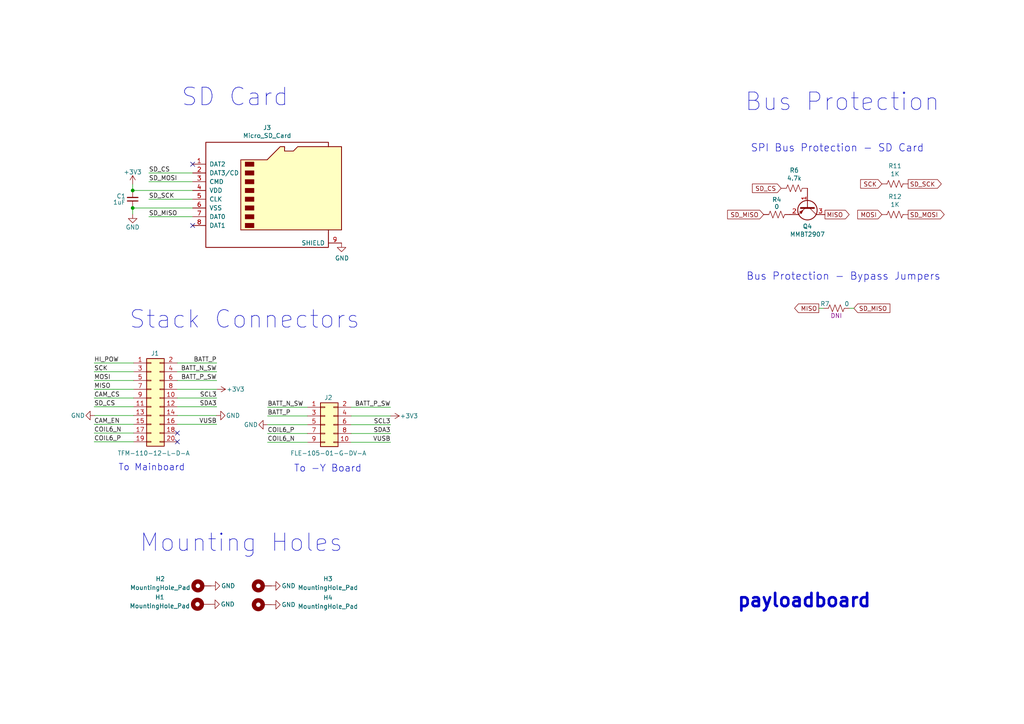
<source format=kicad_sch>
(kicad_sch (version 20211123) (generator eeschema)

  (uuid e63e39d7-6ac0-4ffd-8aa3-1841a4541b55)

  (paper "A4")

  (title_block
    (title "PyCubed Mini")
    (date "2022-09-08")
    (rev "B1/02")
    (company "REx Lab Carnegie Mellon University")
    (comment 1 "Z. Manchester")
    (comment 2 "N. Khera")
  )

  (lib_symbols
    (symbol "Connector:Micro_SD_Card" (pin_names (offset 1.016)) (in_bom yes) (on_board yes)
      (property "Reference" "J" (id 0) (at -16.51 15.24 0)
        (effects (font (size 1.27 1.27)))
      )
      (property "Value" "Micro_SD_Card" (id 1) (at 16.51 15.24 0)
        (effects (font (size 1.27 1.27)) (justify right))
      )
      (property "Footprint" "" (id 2) (at 29.21 7.62 0)
        (effects (font (size 1.27 1.27)) hide)
      )
      (property "Datasheet" "http://katalog.we-online.de/em/datasheet/693072010801.pdf" (id 3) (at 0 0 0)
        (effects (font (size 1.27 1.27)) hide)
      )
      (property "ki_keywords" "connector SD microsd" (id 4) (at 0 0 0)
        (effects (font (size 1.27 1.27)) hide)
      )
      (property "ki_description" "Micro SD Card Socket" (id 5) (at 0 0 0)
        (effects (font (size 1.27 1.27)) hide)
      )
      (property "ki_fp_filters" "microSD*" (id 6) (at 0 0 0)
        (effects (font (size 1.27 1.27)) hide)
      )
      (symbol "Micro_SD_Card_0_1"
        (rectangle (start -7.62 -9.525) (end -5.08 -10.795)
          (stroke (width 0) (type default) (color 0 0 0 0))
          (fill (type outline))
        )
        (rectangle (start -7.62 -6.985) (end -5.08 -8.255)
          (stroke (width 0) (type default) (color 0 0 0 0))
          (fill (type outline))
        )
        (rectangle (start -7.62 -4.445) (end -5.08 -5.715)
          (stroke (width 0) (type default) (color 0 0 0 0))
          (fill (type outline))
        )
        (rectangle (start -7.62 -1.905) (end -5.08 -3.175)
          (stroke (width 0) (type default) (color 0 0 0 0))
          (fill (type outline))
        )
        (rectangle (start -7.62 0.635) (end -5.08 -0.635)
          (stroke (width 0) (type default) (color 0 0 0 0))
          (fill (type outline))
        )
        (rectangle (start -7.62 3.175) (end -5.08 1.905)
          (stroke (width 0) (type default) (color 0 0 0 0))
          (fill (type outline))
        )
        (rectangle (start -7.62 5.715) (end -5.08 4.445)
          (stroke (width 0) (type default) (color 0 0 0 0))
          (fill (type outline))
        )
        (rectangle (start -7.62 8.255) (end -5.08 6.985)
          (stroke (width 0) (type default) (color 0 0 0 0))
          (fill (type outline))
        )
        (polyline
          (pts
            (xy 16.51 12.7)
            (xy 16.51 13.97)
            (xy -19.05 13.97)
            (xy -19.05 -16.51)
            (xy 16.51 -16.51)
            (xy 16.51 -11.43)
          )
          (stroke (width 0.254) (type default) (color 0 0 0 0))
          (fill (type none))
        )
        (polyline
          (pts
            (xy -8.89 -11.43)
            (xy -8.89 8.89)
            (xy -1.27 8.89)
            (xy 2.54 12.7)
            (xy 3.81 12.7)
            (xy 3.81 11.43)
            (xy 6.35 11.43)
            (xy 7.62 12.7)
            (xy 20.32 12.7)
            (xy 20.32 -11.43)
            (xy -8.89 -11.43)
          )
          (stroke (width 0.254) (type default) (color 0 0 0 0))
          (fill (type background))
        )
      )
      (symbol "Micro_SD_Card_1_1"
        (pin bidirectional line (at -22.86 7.62 0) (length 3.81)
          (name "DAT2" (effects (font (size 1.27 1.27))))
          (number "1" (effects (font (size 1.27 1.27))))
        )
        (pin bidirectional line (at -22.86 5.08 0) (length 3.81)
          (name "DAT3/CD" (effects (font (size 1.27 1.27))))
          (number "2" (effects (font (size 1.27 1.27))))
        )
        (pin input line (at -22.86 2.54 0) (length 3.81)
          (name "CMD" (effects (font (size 1.27 1.27))))
          (number "3" (effects (font (size 1.27 1.27))))
        )
        (pin power_in line (at -22.86 0 0) (length 3.81)
          (name "VDD" (effects (font (size 1.27 1.27))))
          (number "4" (effects (font (size 1.27 1.27))))
        )
        (pin input line (at -22.86 -2.54 0) (length 3.81)
          (name "CLK" (effects (font (size 1.27 1.27))))
          (number "5" (effects (font (size 1.27 1.27))))
        )
        (pin power_in line (at -22.86 -5.08 0) (length 3.81)
          (name "VSS" (effects (font (size 1.27 1.27))))
          (number "6" (effects (font (size 1.27 1.27))))
        )
        (pin bidirectional line (at -22.86 -7.62 0) (length 3.81)
          (name "DAT0" (effects (font (size 1.27 1.27))))
          (number "7" (effects (font (size 1.27 1.27))))
        )
        (pin bidirectional line (at -22.86 -10.16 0) (length 3.81)
          (name "DAT1" (effects (font (size 1.27 1.27))))
          (number "8" (effects (font (size 1.27 1.27))))
        )
        (pin passive line (at 20.32 -15.24 180) (length 3.81)
          (name "SHIELD" (effects (font (size 1.27 1.27))))
          (number "9" (effects (font (size 1.27 1.27))))
        )
      )
    )
    (symbol "Connector_Generic:Conn_02x05_Odd_Even" (pin_names (offset 1.016) hide) (in_bom yes) (on_board yes)
      (property "Reference" "J" (id 0) (at 1.27 7.62 0)
        (effects (font (size 1.27 1.27)))
      )
      (property "Value" "Conn_02x05_Odd_Even" (id 1) (at 1.27 -7.62 0)
        (effects (font (size 1.27 1.27)))
      )
      (property "Footprint" "" (id 2) (at 0 0 0)
        (effects (font (size 1.27 1.27)) hide)
      )
      (property "Datasheet" "~" (id 3) (at 0 0 0)
        (effects (font (size 1.27 1.27)) hide)
      )
      (property "ki_keywords" "connector" (id 4) (at 0 0 0)
        (effects (font (size 1.27 1.27)) hide)
      )
      (property "ki_description" "Generic connector, double row, 02x05, odd/even pin numbering scheme (row 1 odd numbers, row 2 even numbers), script generated (kicad-library-utils/schlib/autogen/connector/)" (id 5) (at 0 0 0)
        (effects (font (size 1.27 1.27)) hide)
      )
      (property "ki_fp_filters" "Connector*:*_2x??_*" (id 6) (at 0 0 0)
        (effects (font (size 1.27 1.27)) hide)
      )
      (symbol "Conn_02x05_Odd_Even_1_1"
        (rectangle (start -1.27 -4.953) (end 0 -5.207)
          (stroke (width 0.1524) (type default) (color 0 0 0 0))
          (fill (type none))
        )
        (rectangle (start -1.27 -2.413) (end 0 -2.667)
          (stroke (width 0.1524) (type default) (color 0 0 0 0))
          (fill (type none))
        )
        (rectangle (start -1.27 0.127) (end 0 -0.127)
          (stroke (width 0.1524) (type default) (color 0 0 0 0))
          (fill (type none))
        )
        (rectangle (start -1.27 2.667) (end 0 2.413)
          (stroke (width 0.1524) (type default) (color 0 0 0 0))
          (fill (type none))
        )
        (rectangle (start -1.27 5.207) (end 0 4.953)
          (stroke (width 0.1524) (type default) (color 0 0 0 0))
          (fill (type none))
        )
        (rectangle (start -1.27 6.35) (end 3.81 -6.35)
          (stroke (width 0.254) (type default) (color 0 0 0 0))
          (fill (type background))
        )
        (rectangle (start 3.81 -4.953) (end 2.54 -5.207)
          (stroke (width 0.1524) (type default) (color 0 0 0 0))
          (fill (type none))
        )
        (rectangle (start 3.81 -2.413) (end 2.54 -2.667)
          (stroke (width 0.1524) (type default) (color 0 0 0 0))
          (fill (type none))
        )
        (rectangle (start 3.81 0.127) (end 2.54 -0.127)
          (stroke (width 0.1524) (type default) (color 0 0 0 0))
          (fill (type none))
        )
        (rectangle (start 3.81 2.667) (end 2.54 2.413)
          (stroke (width 0.1524) (type default) (color 0 0 0 0))
          (fill (type none))
        )
        (rectangle (start 3.81 5.207) (end 2.54 4.953)
          (stroke (width 0.1524) (type default) (color 0 0 0 0))
          (fill (type none))
        )
        (pin passive line (at -5.08 5.08 0) (length 3.81)
          (name "Pin_1" (effects (font (size 1.27 1.27))))
          (number "1" (effects (font (size 1.27 1.27))))
        )
        (pin passive line (at 7.62 -5.08 180) (length 3.81)
          (name "Pin_10" (effects (font (size 1.27 1.27))))
          (number "10" (effects (font (size 1.27 1.27))))
        )
        (pin passive line (at 7.62 5.08 180) (length 3.81)
          (name "Pin_2" (effects (font (size 1.27 1.27))))
          (number "2" (effects (font (size 1.27 1.27))))
        )
        (pin passive line (at -5.08 2.54 0) (length 3.81)
          (name "Pin_3" (effects (font (size 1.27 1.27))))
          (number "3" (effects (font (size 1.27 1.27))))
        )
        (pin passive line (at 7.62 2.54 180) (length 3.81)
          (name "Pin_4" (effects (font (size 1.27 1.27))))
          (number "4" (effects (font (size 1.27 1.27))))
        )
        (pin passive line (at -5.08 0 0) (length 3.81)
          (name "Pin_5" (effects (font (size 1.27 1.27))))
          (number "5" (effects (font (size 1.27 1.27))))
        )
        (pin passive line (at 7.62 0 180) (length 3.81)
          (name "Pin_6" (effects (font (size 1.27 1.27))))
          (number "6" (effects (font (size 1.27 1.27))))
        )
        (pin passive line (at -5.08 -2.54 0) (length 3.81)
          (name "Pin_7" (effects (font (size 1.27 1.27))))
          (number "7" (effects (font (size 1.27 1.27))))
        )
        (pin passive line (at 7.62 -2.54 180) (length 3.81)
          (name "Pin_8" (effects (font (size 1.27 1.27))))
          (number "8" (effects (font (size 1.27 1.27))))
        )
        (pin passive line (at -5.08 -5.08 0) (length 3.81)
          (name "Pin_9" (effects (font (size 1.27 1.27))))
          (number "9" (effects (font (size 1.27 1.27))))
        )
      )
    )
    (symbol "Connector_Generic:Conn_02x10_Odd_Even" (pin_names (offset 1.016) hide) (in_bom yes) (on_board yes)
      (property "Reference" "J" (id 0) (at 1.27 12.7 0)
        (effects (font (size 1.27 1.27)))
      )
      (property "Value" "Conn_02x10_Odd_Even" (id 1) (at 1.27 -15.24 0)
        (effects (font (size 1.27 1.27)))
      )
      (property "Footprint" "" (id 2) (at 0 0 0)
        (effects (font (size 1.27 1.27)) hide)
      )
      (property "Datasheet" "~" (id 3) (at 0 0 0)
        (effects (font (size 1.27 1.27)) hide)
      )
      (property "ki_keywords" "connector" (id 4) (at 0 0 0)
        (effects (font (size 1.27 1.27)) hide)
      )
      (property "ki_description" "Generic connector, double row, 02x10, odd/even pin numbering scheme (row 1 odd numbers, row 2 even numbers), script generated (kicad-library-utils/schlib/autogen/connector/)" (id 5) (at 0 0 0)
        (effects (font (size 1.27 1.27)) hide)
      )
      (property "ki_fp_filters" "Connector*:*_2x??_*" (id 6) (at 0 0 0)
        (effects (font (size 1.27 1.27)) hide)
      )
      (symbol "Conn_02x10_Odd_Even_1_1"
        (rectangle (start -1.27 -12.573) (end 0 -12.827)
          (stroke (width 0.1524) (type default) (color 0 0 0 0))
          (fill (type none))
        )
        (rectangle (start -1.27 -10.033) (end 0 -10.287)
          (stroke (width 0.1524) (type default) (color 0 0 0 0))
          (fill (type none))
        )
        (rectangle (start -1.27 -7.493) (end 0 -7.747)
          (stroke (width 0.1524) (type default) (color 0 0 0 0))
          (fill (type none))
        )
        (rectangle (start -1.27 -4.953) (end 0 -5.207)
          (stroke (width 0.1524) (type default) (color 0 0 0 0))
          (fill (type none))
        )
        (rectangle (start -1.27 -2.413) (end 0 -2.667)
          (stroke (width 0.1524) (type default) (color 0 0 0 0))
          (fill (type none))
        )
        (rectangle (start -1.27 0.127) (end 0 -0.127)
          (stroke (width 0.1524) (type default) (color 0 0 0 0))
          (fill (type none))
        )
        (rectangle (start -1.27 2.667) (end 0 2.413)
          (stroke (width 0.1524) (type default) (color 0 0 0 0))
          (fill (type none))
        )
        (rectangle (start -1.27 5.207) (end 0 4.953)
          (stroke (width 0.1524) (type default) (color 0 0 0 0))
          (fill (type none))
        )
        (rectangle (start -1.27 7.747) (end 0 7.493)
          (stroke (width 0.1524) (type default) (color 0 0 0 0))
          (fill (type none))
        )
        (rectangle (start -1.27 10.287) (end 0 10.033)
          (stroke (width 0.1524) (type default) (color 0 0 0 0))
          (fill (type none))
        )
        (rectangle (start -1.27 11.43) (end 3.81 -13.97)
          (stroke (width 0.254) (type default) (color 0 0 0 0))
          (fill (type background))
        )
        (rectangle (start 3.81 -12.573) (end 2.54 -12.827)
          (stroke (width 0.1524) (type default) (color 0 0 0 0))
          (fill (type none))
        )
        (rectangle (start 3.81 -10.033) (end 2.54 -10.287)
          (stroke (width 0.1524) (type default) (color 0 0 0 0))
          (fill (type none))
        )
        (rectangle (start 3.81 -7.493) (end 2.54 -7.747)
          (stroke (width 0.1524) (type default) (color 0 0 0 0))
          (fill (type none))
        )
        (rectangle (start 3.81 -4.953) (end 2.54 -5.207)
          (stroke (width 0.1524) (type default) (color 0 0 0 0))
          (fill (type none))
        )
        (rectangle (start 3.81 -2.413) (end 2.54 -2.667)
          (stroke (width 0.1524) (type default) (color 0 0 0 0))
          (fill (type none))
        )
        (rectangle (start 3.81 0.127) (end 2.54 -0.127)
          (stroke (width 0.1524) (type default) (color 0 0 0 0))
          (fill (type none))
        )
        (rectangle (start 3.81 2.667) (end 2.54 2.413)
          (stroke (width 0.1524) (type default) (color 0 0 0 0))
          (fill (type none))
        )
        (rectangle (start 3.81 5.207) (end 2.54 4.953)
          (stroke (width 0.1524) (type default) (color 0 0 0 0))
          (fill (type none))
        )
        (rectangle (start 3.81 7.747) (end 2.54 7.493)
          (stroke (width 0.1524) (type default) (color 0 0 0 0))
          (fill (type none))
        )
        (rectangle (start 3.81 10.287) (end 2.54 10.033)
          (stroke (width 0.1524) (type default) (color 0 0 0 0))
          (fill (type none))
        )
        (pin passive line (at -5.08 10.16 0) (length 3.81)
          (name "Pin_1" (effects (font (size 1.27 1.27))))
          (number "1" (effects (font (size 1.27 1.27))))
        )
        (pin passive line (at 7.62 0 180) (length 3.81)
          (name "Pin_10" (effects (font (size 1.27 1.27))))
          (number "10" (effects (font (size 1.27 1.27))))
        )
        (pin passive line (at -5.08 -2.54 0) (length 3.81)
          (name "Pin_11" (effects (font (size 1.27 1.27))))
          (number "11" (effects (font (size 1.27 1.27))))
        )
        (pin passive line (at 7.62 -2.54 180) (length 3.81)
          (name "Pin_12" (effects (font (size 1.27 1.27))))
          (number "12" (effects (font (size 1.27 1.27))))
        )
        (pin passive line (at -5.08 -5.08 0) (length 3.81)
          (name "Pin_13" (effects (font (size 1.27 1.27))))
          (number "13" (effects (font (size 1.27 1.27))))
        )
        (pin passive line (at 7.62 -5.08 180) (length 3.81)
          (name "Pin_14" (effects (font (size 1.27 1.27))))
          (number "14" (effects (font (size 1.27 1.27))))
        )
        (pin passive line (at -5.08 -7.62 0) (length 3.81)
          (name "Pin_15" (effects (font (size 1.27 1.27))))
          (number "15" (effects (font (size 1.27 1.27))))
        )
        (pin passive line (at 7.62 -7.62 180) (length 3.81)
          (name "Pin_16" (effects (font (size 1.27 1.27))))
          (number "16" (effects (font (size 1.27 1.27))))
        )
        (pin passive line (at -5.08 -10.16 0) (length 3.81)
          (name "Pin_17" (effects (font (size 1.27 1.27))))
          (number "17" (effects (font (size 1.27 1.27))))
        )
        (pin passive line (at 7.62 -10.16 180) (length 3.81)
          (name "Pin_18" (effects (font (size 1.27 1.27))))
          (number "18" (effects (font (size 1.27 1.27))))
        )
        (pin passive line (at -5.08 -12.7 0) (length 3.81)
          (name "Pin_19" (effects (font (size 1.27 1.27))))
          (number "19" (effects (font (size 1.27 1.27))))
        )
        (pin passive line (at 7.62 10.16 180) (length 3.81)
          (name "Pin_2" (effects (font (size 1.27 1.27))))
          (number "2" (effects (font (size 1.27 1.27))))
        )
        (pin passive line (at 7.62 -12.7 180) (length 3.81)
          (name "Pin_20" (effects (font (size 1.27 1.27))))
          (number "20" (effects (font (size 1.27 1.27))))
        )
        (pin passive line (at -5.08 7.62 0) (length 3.81)
          (name "Pin_3" (effects (font (size 1.27 1.27))))
          (number "3" (effects (font (size 1.27 1.27))))
        )
        (pin passive line (at 7.62 7.62 180) (length 3.81)
          (name "Pin_4" (effects (font (size 1.27 1.27))))
          (number "4" (effects (font (size 1.27 1.27))))
        )
        (pin passive line (at -5.08 5.08 0) (length 3.81)
          (name "Pin_5" (effects (font (size 1.27 1.27))))
          (number "5" (effects (font (size 1.27 1.27))))
        )
        (pin passive line (at 7.62 5.08 180) (length 3.81)
          (name "Pin_6" (effects (font (size 1.27 1.27))))
          (number "6" (effects (font (size 1.27 1.27))))
        )
        (pin passive line (at -5.08 2.54 0) (length 3.81)
          (name "Pin_7" (effects (font (size 1.27 1.27))))
          (number "7" (effects (font (size 1.27 1.27))))
        )
        (pin passive line (at 7.62 2.54 180) (length 3.81)
          (name "Pin_8" (effects (font (size 1.27 1.27))))
          (number "8" (effects (font (size 1.27 1.27))))
        )
        (pin passive line (at -5.08 0 0) (length 3.81)
          (name "Pin_9" (effects (font (size 1.27 1.27))))
          (number "9" (effects (font (size 1.27 1.27))))
        )
      )
    )
    (symbol "Device:C_Small" (pin_numbers hide) (pin_names (offset 0.254) hide) (in_bom yes) (on_board yes)
      (property "Reference" "C" (id 0) (at 0.254 1.778 0)
        (effects (font (size 1.27 1.27)) (justify left))
      )
      (property "Value" "C_Small" (id 1) (at 0.254 -2.032 0)
        (effects (font (size 1.27 1.27)) (justify left))
      )
      (property "Footprint" "" (id 2) (at 0 0 0)
        (effects (font (size 1.27 1.27)) hide)
      )
      (property "Datasheet" "~" (id 3) (at 0 0 0)
        (effects (font (size 1.27 1.27)) hide)
      )
      (property "ki_keywords" "capacitor cap" (id 4) (at 0 0 0)
        (effects (font (size 1.27 1.27)) hide)
      )
      (property "ki_description" "Unpolarized capacitor, small symbol" (id 5) (at 0 0 0)
        (effects (font (size 1.27 1.27)) hide)
      )
      (property "ki_fp_filters" "C_*" (id 6) (at 0 0 0)
        (effects (font (size 1.27 1.27)) hide)
      )
      (symbol "C_Small_0_1"
        (polyline
          (pts
            (xy -1.524 -0.508)
            (xy 1.524 -0.508)
          )
          (stroke (width 0.3302) (type default) (color 0 0 0 0))
          (fill (type none))
        )
        (polyline
          (pts
            (xy -1.524 0.508)
            (xy 1.524 0.508)
          )
          (stroke (width 0.3048) (type default) (color 0 0 0 0))
          (fill (type none))
        )
      )
      (symbol "C_Small_1_1"
        (pin passive line (at 0 2.54 270) (length 2.032)
          (name "~" (effects (font (size 1.27 1.27))))
          (number "1" (effects (font (size 1.27 1.27))))
        )
        (pin passive line (at 0 -2.54 90) (length 2.032)
          (name "~" (effects (font (size 1.27 1.27))))
          (number "2" (effects (font (size 1.27 1.27))))
        )
      )
    )
    (symbol "Device:R_US" (pin_numbers hide) (pin_names (offset 0)) (in_bom yes) (on_board yes)
      (property "Reference" "R" (id 0) (at 2.54 0 90)
        (effects (font (size 1.27 1.27)))
      )
      (property "Value" "R_US" (id 1) (at -2.54 0 90)
        (effects (font (size 1.27 1.27)))
      )
      (property "Footprint" "" (id 2) (at 1.016 -0.254 90)
        (effects (font (size 1.27 1.27)) hide)
      )
      (property "Datasheet" "~" (id 3) (at 0 0 0)
        (effects (font (size 1.27 1.27)) hide)
      )
      (property "ki_keywords" "R res resistor" (id 4) (at 0 0 0)
        (effects (font (size 1.27 1.27)) hide)
      )
      (property "ki_description" "Resistor, US symbol" (id 5) (at 0 0 0)
        (effects (font (size 1.27 1.27)) hide)
      )
      (property "ki_fp_filters" "R_*" (id 6) (at 0 0 0)
        (effects (font (size 1.27 1.27)) hide)
      )
      (symbol "R_US_0_1"
        (polyline
          (pts
            (xy 0 -2.286)
            (xy 0 -2.54)
          )
          (stroke (width 0) (type default) (color 0 0 0 0))
          (fill (type none))
        )
        (polyline
          (pts
            (xy 0 2.286)
            (xy 0 2.54)
          )
          (stroke (width 0) (type default) (color 0 0 0 0))
          (fill (type none))
        )
        (polyline
          (pts
            (xy 0 -0.762)
            (xy 1.016 -1.143)
            (xy 0 -1.524)
            (xy -1.016 -1.905)
            (xy 0 -2.286)
          )
          (stroke (width 0) (type default) (color 0 0 0 0))
          (fill (type none))
        )
        (polyline
          (pts
            (xy 0 0.762)
            (xy 1.016 0.381)
            (xy 0 0)
            (xy -1.016 -0.381)
            (xy 0 -0.762)
          )
          (stroke (width 0) (type default) (color 0 0 0 0))
          (fill (type none))
        )
        (polyline
          (pts
            (xy 0 2.286)
            (xy 1.016 1.905)
            (xy 0 1.524)
            (xy -1.016 1.143)
            (xy 0 0.762)
          )
          (stroke (width 0) (type default) (color 0 0 0 0))
          (fill (type none))
        )
      )
      (symbol "R_US_1_1"
        (pin passive line (at 0 3.81 270) (length 1.27)
          (name "~" (effects (font (size 1.27 1.27))))
          (number "1" (effects (font (size 1.27 1.27))))
        )
        (pin passive line (at 0 -3.81 90) (length 1.27)
          (name "~" (effects (font (size 1.27 1.27))))
          (number "2" (effects (font (size 1.27 1.27))))
        )
      )
    )
    (symbol "Mechanical:MountingHole_Pad" (pin_numbers hide) (pin_names (offset 1.016) hide) (in_bom yes) (on_board yes)
      (property "Reference" "H" (id 0) (at 0 6.35 0)
        (effects (font (size 1.27 1.27)))
      )
      (property "Value" "MountingHole_Pad" (id 1) (at 0 4.445 0)
        (effects (font (size 1.27 1.27)))
      )
      (property "Footprint" "" (id 2) (at 0 0 0)
        (effects (font (size 1.27 1.27)) hide)
      )
      (property "Datasheet" "~" (id 3) (at 0 0 0)
        (effects (font (size 1.27 1.27)) hide)
      )
      (property "ki_keywords" "mounting hole" (id 4) (at 0 0 0)
        (effects (font (size 1.27 1.27)) hide)
      )
      (property "ki_description" "Mounting Hole with connection" (id 5) (at 0 0 0)
        (effects (font (size 1.27 1.27)) hide)
      )
      (property "ki_fp_filters" "MountingHole*Pad*" (id 6) (at 0 0 0)
        (effects (font (size 1.27 1.27)) hide)
      )
      (symbol "MountingHole_Pad_0_1"
        (circle (center 0 1.27) (radius 1.27)
          (stroke (width 1.27) (type default) (color 0 0 0 0))
          (fill (type none))
        )
      )
      (symbol "MountingHole_Pad_1_1"
        (pin input line (at 0 -2.54 90) (length 2.54)
          (name "1" (effects (font (size 1.27 1.27))))
          (number "1" (effects (font (size 1.27 1.27))))
        )
      )
    )
    (symbol "mainboard:MMBT2907" (pin_names (offset 0) hide) (in_bom yes) (on_board yes)
      (property "Reference" "Q" (id 0) (at 5.08 1.905 0)
        (effects (font (size 1.27 1.27)) (justify left))
      )
      (property "Value" "MMBT2907" (id 1) (at 5.08 0 0)
        (effects (font (size 1.27 1.27)) (justify left))
      )
      (property "Footprint" "Package_TO_SOT_SMD:SOT-23" (id 2) (at 5.08 -1.905 0)
        (effects (font (size 1.27 1.27) italic) (justify left) hide)
      )
      (property "Datasheet" "https://www.diodes.com/assets/Datasheets/ds30040.pdf" (id 3) (at 0 0 0)
        (effects (font (size 1.27 1.27)) (justify left) hide)
      )
      (property "ki_keywords" "PNP Transistor" (id 4) (at 0 0 0)
        (effects (font (size 1.27 1.27)) hide)
      )
      (property "ki_description" "0.8A Ic, 45V Vce, PNP Transistor, SOT-23" (id 5) (at 0 0 0)
        (effects (font (size 1.27 1.27)) hide)
      )
      (property "ki_fp_filters" "SOT?23*" (id 6) (at 0 0 0)
        (effects (font (size 1.27 1.27)) hide)
      )
      (symbol "MMBT2907_0_1"
        (polyline
          (pts
            (xy 0.635 0.635)
            (xy 2.54 2.54)
          )
          (stroke (width 0) (type default) (color 0 0 0 0))
          (fill (type none))
        )
        (polyline
          (pts
            (xy 0.635 -0.635)
            (xy 2.54 -2.54)
            (xy 2.54 -2.54)
          )
          (stroke (width 0) (type default) (color 0 0 0 0))
          (fill (type none))
        )
        (polyline
          (pts
            (xy 0.635 1.905)
            (xy 0.635 -1.905)
            (xy 0.635 -1.905)
          )
          (stroke (width 0.508) (type default) (color 0 0 0 0))
          (fill (type none))
        )
        (polyline
          (pts
            (xy 2.286 -1.778)
            (xy 1.778 -2.286)
            (xy 1.27 -1.27)
            (xy 2.286 -1.778)
            (xy 2.286 -1.778)
          )
          (stroke (width 0) (type default) (color 0 0 0 0))
          (fill (type outline))
        )
        (circle (center 1.27 0) (radius 2.8194)
          (stroke (width 0.254) (type default) (color 0 0 0 0))
          (fill (type none))
        )
      )
      (symbol "MMBT2907_1_1"
        (pin input line (at -5.08 0 0) (length 5.715)
          (name "B" (effects (font (size 1.27 1.27))))
          (number "1" (effects (font (size 1.27 1.27))))
        )
        (pin passive line (at 2.54 -5.08 90) (length 2.54)
          (name "E" (effects (font (size 1.27 1.27))))
          (number "2" (effects (font (size 1.27 1.27))))
        )
        (pin passive line (at 2.54 5.08 270) (length 2.54)
          (name "C" (effects (font (size 1.27 1.27))))
          (number "3" (effects (font (size 1.27 1.27))))
        )
      )
    )
    (symbol "power:+3V3" (power) (pin_names (offset 0)) (in_bom yes) (on_board yes)
      (property "Reference" "#PWR" (id 0) (at 0 -3.81 0)
        (effects (font (size 1.27 1.27)) hide)
      )
      (property "Value" "+3V3" (id 1) (at 0 3.556 0)
        (effects (font (size 1.27 1.27)))
      )
      (property "Footprint" "" (id 2) (at 0 0 0)
        (effects (font (size 1.27 1.27)) hide)
      )
      (property "Datasheet" "" (id 3) (at 0 0 0)
        (effects (font (size 1.27 1.27)) hide)
      )
      (property "ki_keywords" "power-flag" (id 4) (at 0 0 0)
        (effects (font (size 1.27 1.27)) hide)
      )
      (property "ki_description" "Power symbol creates a global label with name \"+3V3\"" (id 5) (at 0 0 0)
        (effects (font (size 1.27 1.27)) hide)
      )
      (symbol "+3V3_0_1"
        (polyline
          (pts
            (xy -0.762 1.27)
            (xy 0 2.54)
          )
          (stroke (width 0) (type default) (color 0 0 0 0))
          (fill (type none))
        )
        (polyline
          (pts
            (xy 0 0)
            (xy 0 2.54)
          )
          (stroke (width 0) (type default) (color 0 0 0 0))
          (fill (type none))
        )
        (polyline
          (pts
            (xy 0 2.54)
            (xy 0.762 1.27)
          )
          (stroke (width 0) (type default) (color 0 0 0 0))
          (fill (type none))
        )
      )
      (symbol "+3V3_1_1"
        (pin power_in line (at 0 0 90) (length 0) hide
          (name "+3V3" (effects (font (size 1.27 1.27))))
          (number "1" (effects (font (size 1.27 1.27))))
        )
      )
    )
    (symbol "power:GND" (power) (pin_names (offset 0)) (in_bom yes) (on_board yes)
      (property "Reference" "#PWR" (id 0) (at 0 -6.35 0)
        (effects (font (size 1.27 1.27)) hide)
      )
      (property "Value" "GND" (id 1) (at 0 -3.81 0)
        (effects (font (size 1.27 1.27)))
      )
      (property "Footprint" "" (id 2) (at 0 0 0)
        (effects (font (size 1.27 1.27)) hide)
      )
      (property "Datasheet" "" (id 3) (at 0 0 0)
        (effects (font (size 1.27 1.27)) hide)
      )
      (property "ki_keywords" "power-flag" (id 4) (at 0 0 0)
        (effects (font (size 1.27 1.27)) hide)
      )
      (property "ki_description" "Power symbol creates a global label with name \"GND\" , ground" (id 5) (at 0 0 0)
        (effects (font (size 1.27 1.27)) hide)
      )
      (symbol "GND_0_1"
        (polyline
          (pts
            (xy 0 0)
            (xy 0 -1.27)
            (xy 1.27 -1.27)
            (xy 0 -2.54)
            (xy -1.27 -1.27)
            (xy 0 -1.27)
          )
          (stroke (width 0) (type default) (color 0 0 0 0))
          (fill (type none))
        )
      )
      (symbol "GND_1_1"
        (pin power_in line (at 0 0 270) (length 0) hide
          (name "GND" (effects (font (size 1.27 1.27))))
          (number "1" (effects (font (size 1.27 1.27))))
        )
      )
    )
  )

  (junction (at 38.481 60.325) (diameter 0) (color 0 0 0 0)
    (uuid 90bd0fef-54d7-4bd5-aadd-c0185695b78e)
  )
  (junction (at 38.481 55.245) (diameter 0) (color 0 0 0 0)
    (uuid d852ffb5-1d38-4422-9991-7572a6274d34)
  )

  (no_connect (at 51.435 128.143) (uuid 2e218a37-345c-46d6-a919-f459a317233b))
  (no_connect (at 55.88 47.625) (uuid 4fe9947d-be6c-4bff-a918-6c6d6d21ddff))
  (no_connect (at 55.88 65.405) (uuid 5da48a78-cbe4-4804-90b7-7a20505c9146))
  (no_connect (at 51.435 125.603) (uuid dde26e27-0505-41b4-98e0-5096b3c9b64d))

  (wire (pts (xy 51.435 117.983) (xy 62.865 117.983))
    (stroke (width 0) (type default) (color 0 0 0 0))
    (uuid 016e4f82-7bf5-411c-9c36-ca2b6d593615)
  )
  (wire (pts (xy 51.435 120.523) (xy 62.738 120.523))
    (stroke (width 0) (type default) (color 0 0 0 0))
    (uuid 0c34fedb-f2a1-4e97-92c5-422b2d389730)
  )
  (wire (pts (xy 77.597 118.11) (xy 89.154 118.11))
    (stroke (width 0) (type default) (color 0 0 0 0))
    (uuid 14eb0087-0afa-45f7-b512-868e85adb4de)
  )
  (wire (pts (xy 38.735 105.283) (xy 27.305 105.283))
    (stroke (width 0) (type default) (color 0 0 0 0))
    (uuid 262a5c6b-5d75-4363-ba44-83a599e08481)
  )
  (wire (pts (xy 27.305 115.443) (xy 38.735 115.443))
    (stroke (width 0) (type default) (color 0 0 0 0))
    (uuid 284ba7f0-3327-40a9-ace2-5bb4872afbe1)
  )
  (wire (pts (xy 27.305 117.983) (xy 38.735 117.983))
    (stroke (width 0) (type default) (color 0 0 0 0))
    (uuid 38ece897-912c-4cd7-90a1-233240351a25)
  )
  (wire (pts (xy 62.865 112.903) (xy 51.435 112.903))
    (stroke (width 0) (type default) (color 0 0 0 0))
    (uuid 3d4ca4b6-173c-43da-9c40-042059428e0c)
  )
  (wire (pts (xy 38.735 107.823) (xy 27.305 107.823))
    (stroke (width 0) (type default) (color 0 0 0 0))
    (uuid 4139a98c-7ac4-4efd-a207-ec4a4e954065)
  )
  (wire (pts (xy 27.305 112.903) (xy 38.735 112.903))
    (stroke (width 0) (type default) (color 0 0 0 0))
    (uuid 432ce24a-e445-4b54-8ddb-1d307993309b)
  )
  (wire (pts (xy 38.481 55.245) (xy 55.88 55.245))
    (stroke (width 0) (type default) (color 0 0 0 0))
    (uuid 4340c1d4-9063-456e-a275-4a13055b3554)
  )
  (wire (pts (xy 43.18 57.785) (xy 55.88 57.785))
    (stroke (width 0) (type default) (color 0 0 0 0))
    (uuid 4b2c8dc4-76ae-460c-969b-82fc9bcb508c)
  )
  (wire (pts (xy 77.597 125.73) (xy 89.154 125.73))
    (stroke (width 0) (type default) (color 0 0 0 0))
    (uuid 68931643-9572-49ef-80b8-028032612301)
  )
  (wire (pts (xy 38.735 123.063) (xy 27.305 123.063))
    (stroke (width 0) (type default) (color 0 0 0 0))
    (uuid 6ee33433-dc3e-4242-8c69-63c00e3448a3)
  )
  (wire (pts (xy 38.735 128.143) (xy 27.305 128.143))
    (stroke (width 0) (type default) (color 0 0 0 0))
    (uuid 6fcce135-0b63-4c92-9cea-06ecab3e812b)
  )
  (wire (pts (xy 101.854 118.11) (xy 113.284 118.11))
    (stroke (width 0) (type default) (color 0 0 0 0))
    (uuid 716dc961-9ba7-43c6-985c-ada340c6a5c5)
  )
  (wire (pts (xy 43.18 52.705) (xy 55.88 52.705))
    (stroke (width 0) (type default) (color 0 0 0 0))
    (uuid 7a49c053-b070-4951-8605-e5c6246698c5)
  )
  (wire (pts (xy 38.735 125.603) (xy 27.305 125.603))
    (stroke (width 0) (type default) (color 0 0 0 0))
    (uuid 7fd552f9-38fa-4d2d-951b-b1b5feb8cdf8)
  )
  (wire (pts (xy 247.65 89.408) (xy 246.38 89.408))
    (stroke (width 0) (type default) (color 0 0 0 0))
    (uuid 873a2044-91ab-44a6-beae-ce186e583545)
  )
  (wire (pts (xy 43.18 50.165) (xy 55.88 50.165))
    (stroke (width 0) (type default) (color 0 0 0 0))
    (uuid 901e4826-4e37-41d0-8cc6-0760b697b56e)
  )
  (wire (pts (xy 77.597 120.65) (xy 89.154 120.65))
    (stroke (width 0) (type default) (color 0 0 0 0))
    (uuid 9470a09e-387d-438f-834e-41d56e8ed15f)
  )
  (wire (pts (xy 51.435 107.823) (xy 62.865 107.823))
    (stroke (width 0) (type default) (color 0 0 0 0))
    (uuid 97468a8c-5a5c-4913-8110-4157ab697173)
  )
  (wire (pts (xy 101.854 125.73) (xy 113.284 125.73))
    (stroke (width 0) (type default) (color 0 0 0 0))
    (uuid 990bf38b-e3bb-451e-a01a-f9592afaf051)
  )
  (wire (pts (xy 38.735 120.523) (xy 27.432 120.523))
    (stroke (width 0) (type default) (color 0 0 0 0))
    (uuid 9cdb61a0-603e-41f2-9a1b-6ea11aa86e28)
  )
  (wire (pts (xy 77.597 123.19) (xy 89.154 123.19))
    (stroke (width 0) (type default) (color 0 0 0 0))
    (uuid a5083b70-5584-4104-815b-dee605a1fe8d)
  )
  (wire (pts (xy 38.481 53.467) (xy 38.481 55.245))
    (stroke (width 0) (type default) (color 0 0 0 0))
    (uuid ab47aed8-517b-4f21-b785-380d867deaaa)
  )
  (wire (pts (xy 51.435 115.443) (xy 62.865 115.443))
    (stroke (width 0) (type default) (color 0 0 0 0))
    (uuid ac591f29-eed7-47b5-bd9e-99cb05f9c280)
  )
  (wire (pts (xy 101.854 123.19) (xy 113.284 123.19))
    (stroke (width 0) (type default) (color 0 0 0 0))
    (uuid aedc1855-b22b-4061-9c32-ef59d880d6b8)
  )
  (wire (pts (xy 51.435 110.363) (xy 62.865 110.363))
    (stroke (width 0) (type default) (color 0 0 0 0))
    (uuid bef5fbd7-82f6-4dc7-8f26-b0c55b6a5536)
  )
  (wire (pts (xy 27.305 110.363) (xy 38.735 110.363))
    (stroke (width 0) (type default) (color 0 0 0 0))
    (uuid c5c63c80-d7d3-46ba-9ee6-a19dacb14b65)
  )
  (wire (pts (xy 113.284 120.65) (xy 101.854 120.65))
    (stroke (width 0) (type default) (color 0 0 0 0))
    (uuid dd54fe24-3b8a-47ef-8a0b-219dfcc07994)
  )
  (wire (pts (xy 51.435 123.063) (xy 62.865 123.063))
    (stroke (width 0) (type default) (color 0 0 0 0))
    (uuid e475b5f7-6f82-4d9e-81da-19b4b3413e67)
  )
  (wire (pts (xy 77.597 128.27) (xy 89.154 128.27))
    (stroke (width 0) (type default) (color 0 0 0 0))
    (uuid e619ce4f-68ed-4042-b52e-008f308f4bb6)
  )
  (wire (pts (xy 38.481 60.325) (xy 38.481 62.103))
    (stroke (width 0) (type default) (color 0 0 0 0))
    (uuid ee69b9fe-3ccd-499d-b8dd-ca41630a2b5b)
  )
  (wire (pts (xy 43.18 62.865) (xy 55.88 62.865))
    (stroke (width 0) (type default) (color 0 0 0 0))
    (uuid efeec2b0-fa83-4091-8327-43e7f362bd1c)
  )
  (wire (pts (xy 38.481 60.325) (xy 55.88 60.325))
    (stroke (width 0) (type default) (color 0 0 0 0))
    (uuid f894b2f4-1020-4e69-9d14-15fd2667c330)
  )
  (wire (pts (xy 51.435 105.283) (xy 62.865 105.283))
    (stroke (width 0) (type default) (color 0 0 0 0))
    (uuid fa52f8dc-dcb7-4e49-8feb-e753bffe4dfe)
  )
  (wire (pts (xy 101.854 128.27) (xy 113.284 128.27))
    (stroke (width 0) (type default) (color 0 0 0 0))
    (uuid fe3382a9-c257-4bb8-b464-ced832c83548)
  )
  (wire (pts (xy 237.49 89.408) (xy 238.76 89.408))
    (stroke (width 0) (type default) (color 0 0 0 0))
    (uuid ffed4220-8170-4ca7-9a82-25cc29c2377e)
  )

  (text "SPI Bus Protection - SD Card" (at 217.678 44.323 0)
    (effects (font (size 2.159 2.159)) (justify left bottom))
    (uuid 07d0274e-d52d-4002-a7a2-eae7869387c3)
  )
  (text "To Mainboard" (at 34.29 136.779 0)
    (effects (font (size 1.905 1.905)) (justify left bottom))
    (uuid 102dc5c6-77a4-4acf-af96-2b8ab2dbc96e)
  )
  (text "Bus Protection" (at 215.9 32.639 0)
    (effects (font (size 5.08 5.08)) (justify left bottom))
    (uuid 66fffd55-98b1-4c0e-9365-1ec88cefc296)
  )
  (text "SD Card" (at 52.451 31.242 0)
    (effects (font (size 5.08 5.08)) (justify left bottom))
    (uuid 874410e2-8036-44aa-a995-fb95bdae7f4f)
  )
  (text "Stack Connectors" (at 37.338 95.758 0)
    (effects (font (size 5.08 5.08)) (justify left bottom))
    (uuid 9424c51b-3c7e-4441-aad7-00268a8e0986)
  )
  (text "To -Y Board" (at 85.217 137.16 0)
    (effects (font (size 2.032 2.032)) (justify left bottom))
    (uuid 9973a6a1-abd5-442a-8e3b-39b3cead949e)
  )
  (text "payloadboard" (at 213.614 176.53 0)
    (effects (font (size 3.81 3.81) (thickness 0.762) bold) (justify left bottom))
    (uuid c2967dbb-1d27-4df0-8578-3d2c2558fe25)
  )
  (text "Mounting Holes" (at 40.386 160.528 0)
    (effects (font (size 5.08 5.08)) (justify left bottom))
    (uuid dfb7d902-3bc2-42e6-adf0-c59a71546282)
  )
  (text "Bus Protection - Bypass Jumpers" (at 216.408 81.534 0)
    (effects (font (size 2.159 2.159)) (justify left bottom))
    (uuid e82715e0-9ed1-4512-a225-bda68bbbbc1c)
  )

  (label "SD_MISO" (at 43.18 62.865 0)
    (effects (font (size 1.27 1.27)) (justify left bottom))
    (uuid 022a9c74-38ad-44b6-bf8b-1a11034224c3)
  )
  (label "COIL6_P" (at 27.305 128.143 0)
    (effects (font (size 1.27 1.27)) (justify left bottom))
    (uuid 04776147-21bb-41f3-a97d-c144c0e7c677)
  )
  (label "MISO" (at 27.305 112.903 0)
    (effects (font (size 1.27 1.27)) (justify left bottom))
    (uuid 08047760-0432-46e5-a65c-081f71fb39cc)
  )
  (label "CAM_EN" (at 27.305 123.063 0)
    (effects (font (size 1.27 1.27)) (justify left bottom))
    (uuid 086662a6-d990-4412-86f1-c9ff4cc84dc5)
  )
  (label "CAM_CS" (at 27.305 115.443 0)
    (effects (font (size 1.27 1.27)) (justify left bottom))
    (uuid 10ad7fcb-22ce-4b4c-9cc0-74cac7271e58)
  )
  (label "BATT_P" (at 77.597 120.65 0)
    (effects (font (size 1.27 1.27)) (justify left bottom))
    (uuid 11cbe21b-6365-4fca-9a07-1a8afaa4034c)
  )
  (label "COIL6_P" (at 77.597 125.73 0)
    (effects (font (size 1.27 1.27)) (justify left bottom))
    (uuid 1f0b7c66-e4d0-4699-a33f-3f0efe2a6c61)
  )
  (label "MOSI" (at 27.305 110.363 0)
    (effects (font (size 1.27 1.27)) (justify left bottom))
    (uuid 214fba87-92d5-43a1-9596-56380b286d3f)
  )
  (label "COIL6_N" (at 27.305 125.603 0)
    (effects (font (size 1.27 1.27)) (justify left bottom))
    (uuid 279f962f-4b1d-4f57-a39f-fad72a21fe69)
  )
  (label "SD_CS" (at 27.305 117.983 0)
    (effects (font (size 1.27 1.27)) (justify left bottom))
    (uuid 3e334517-15b7-4a4d-8141-32f6e5535a40)
  )
  (label "SDA3" (at 62.865 117.983 180)
    (effects (font (size 1.27 1.27)) (justify right bottom))
    (uuid 4e4f4bee-3b86-4c47-afae-729f270a1dd6)
  )
  (label "SDA3" (at 113.284 125.73 180)
    (effects (font (size 1.27 1.27)) (justify right bottom))
    (uuid 5135c8f1-f217-4186-a293-9da02cc89a47)
  )
  (label "COIL6_N" (at 77.597 128.27 0)
    (effects (font (size 1.27 1.27)) (justify left bottom))
    (uuid 52c7e68a-bfd3-4472-b8d2-97adb578e01f)
  )
  (label "SD_CS" (at 43.18 50.165 0)
    (effects (font (size 1.27 1.27)) (justify left bottom))
    (uuid 720d6ca0-af17-4b88-b152-3f30eda57988)
  )
  (label "BATT_P" (at 62.865 105.283 180)
    (effects (font (size 1.27 1.27)) (justify right bottom))
    (uuid 7fadda53-8f5d-4b0a-a7c9-01d356adcb22)
  )
  (label "SCL3" (at 113.284 123.19 180)
    (effects (font (size 1.27 1.27)) (justify right bottom))
    (uuid 869b40b2-fc0d-4ba5-969f-e0b960c0e43a)
  )
  (label "HI_POW" (at 27.305 105.283 0)
    (effects (font (size 1.27 1.27)) (justify left bottom))
    (uuid 89f49d41-c120-4cac-aa64-c853e3a00f54)
  )
  (label "SD_MOSI" (at 43.18 52.705 0)
    (effects (font (size 1.27 1.27)) (justify left bottom))
    (uuid 8f67e1c5-1877-47b1-8b6c-020196282d2c)
  )
  (label "SCK" (at 27.305 107.823 0)
    (effects (font (size 1.27 1.27)) (justify left bottom))
    (uuid 994e5f67-4121-4e12-876b-9254c836b772)
  )
  (label "BATT_P_SW" (at 113.284 118.11 180)
    (effects (font (size 1.27 1.27)) (justify right bottom))
    (uuid 9b5c9b4b-b3ad-4690-8e05-d570d536d82b)
  )
  (label "VUSB" (at 62.865 123.063 180)
    (effects (font (size 1.27 1.27)) (justify right bottom))
    (uuid 9d73f142-1b16-4a85-afa2-42257416d02a)
  )
  (label "BATT_N_SW" (at 62.865 107.823 180)
    (effects (font (size 1.27 1.27)) (justify right bottom))
    (uuid b3397ad7-f26e-45da-b1be-7280f506d49d)
  )
  (label "VUSB" (at 113.284 128.27 180)
    (effects (font (size 1.27 1.27)) (justify right bottom))
    (uuid b6eb833b-4e37-4950-b3ad-1f156afc4973)
  )
  (label "SCL3" (at 62.865 115.443 180)
    (effects (font (size 1.27 1.27)) (justify right bottom))
    (uuid b7258897-fcf4-42b4-a813-9643a377d06c)
  )
  (label "BATT_P_SW" (at 62.865 110.363 180)
    (effects (font (size 1.27 1.27)) (justify right bottom))
    (uuid d2972829-3395-42ae-89f5-3c8ba873091a)
  )
  (label "SD_SCK" (at 43.18 57.785 0)
    (effects (font (size 1.27 1.27)) (justify left bottom))
    (uuid d356df60-ea49-4bde-aed8-f2a0f329d5b2)
  )
  (label "BATT_N_SW" (at 77.597 118.11 0)
    (effects (font (size 1.27 1.27)) (justify left bottom))
    (uuid da1173bd-5a93-417a-9ac3-dfe99b2357f9)
  )

  (global_label "SD_MISO" (shape input) (at 221.488 62.23 180) (fields_autoplaced)
    (effects (font (size 1.27 1.27)) (justify right))
    (uuid 078055d5-1bf1-4c39-8aea-4fa345f1c4d8)
    (property "Intersheet References" "${INTERSHEET_REFS}" (id 0) (at 211.0316 62.1506 0)
      (effects (font (size 1.27 1.27)) (justify right) hide)
    )
  )
  (global_label "SD_SCK" (shape output) (at 263.398 53.34 0) (fields_autoplaced)
    (effects (font (size 1.27 1.27)) (justify left))
    (uuid 2a3117fc-18ab-45d0-95cd-6bd606db5f34)
    (property "Intersheet References" "${INTERSHEET_REFS}" (id 0) (at 273.0078 53.2606 0)
      (effects (font (size 1.27 1.27)) (justify left) hide)
    )
  )
  (global_label "MISO" (shape output) (at 237.49 89.408 180) (fields_autoplaced)
    (effects (font (size 1.27 1.27)) (justify right))
    (uuid 2ea14c58-c9f7-4529-8e01-82eabd0d675f)
    (property "Intersheet References" "${INTERSHEET_REFS}" (id 0) (at 230.4807 89.3286 0)
      (effects (font (size 1.27 1.27)) (justify right) hide)
    )
  )
  (global_label "MOSI" (shape input) (at 255.778 62.23 180) (fields_autoplaced)
    (effects (font (size 1.27 1.27)) (justify right))
    (uuid 505c2319-6113-45bd-bc22-d66c919e35d8)
    (property "Intersheet References" "${INTERSHEET_REFS}" (id 0) (at 22.098 22.86 0)
      (effects (font (size 1.27 1.27)) hide)
    )
  )
  (global_label "SD_CS" (shape input) (at 226.568 54.61 180) (fields_autoplaced)
    (effects (font (size 1.27 1.27)) (justify right))
    (uuid baee39d6-21a1-4159-b150-9e02fa92612e)
    (property "Intersheet References" "${INTERSHEET_REFS}" (id 0) (at 218.2282 54.5306 0)
      (effects (font (size 1.27 1.27)) (justify right) hide)
    )
  )
  (global_label "SCK" (shape input) (at 255.778 53.34 180) (fields_autoplaced)
    (effects (font (size 1.27 1.27)) (justify right))
    (uuid c6960a51-9d79-47a0-8bbb-202ed3b41723)
    (property "Intersheet References" "${INTERSHEET_REFS}" (id 0) (at 22.098 22.86 0)
      (effects (font (size 1.27 1.27)) hide)
    )
  )
  (global_label "SD_MISO" (shape input) (at 247.65 89.408 0) (fields_autoplaced)
    (effects (font (size 1.27 1.27)) (justify left))
    (uuid d17ceb48-2437-4b0a-a021-d01af26f552b)
    (property "Intersheet References" "${INTERSHEET_REFS}" (id 0) (at 258.1064 89.3286 0)
      (effects (font (size 1.27 1.27)) (justify left) hide)
    )
  )
  (global_label "SD_MOSI" (shape output) (at 263.398 62.23 0) (fields_autoplaced)
    (effects (font (size 1.27 1.27)) (justify left))
    (uuid fcb51988-2b00-440b-9730-87a7641d286b)
    (property "Intersheet References" "${INTERSHEET_REFS}" (id 0) (at 273.8544 62.1506 0)
      (effects (font (size 1.27 1.27)) (justify left) hide)
    )
  )
  (global_label "MISO" (shape output) (at 239.268 62.23 0) (fields_autoplaced)
    (effects (font (size 1.27 1.27)) (justify left))
    (uuid fe776268-6205-4855-9876-6b06f39c0cc1)
    (property "Intersheet References" "${INTERSHEET_REFS}" (id 0) (at 22.098 22.86 0)
      (effects (font (size 1.27 1.27)) hide)
    )
  )

  (symbol (lib_id "power:GND") (at 78.74 169.926 90) (unit 1)
    (in_bom yes) (on_board yes)
    (uuid 0409cd36-f266-4464-9984-2b27afaec565)
    (property "Reference" "#PWR0110" (id 0) (at 85.09 169.926 0)
      (effects (font (size 1.27 1.27)) hide)
    )
    (property "Value" "GND" (id 1) (at 83.693 169.926 90))
    (property "Footprint" "" (id 2) (at 78.74 169.926 0)
      (effects (font (size 1.27 1.27)) hide)
    )
    (property "Datasheet" "" (id 3) (at 78.74 169.926 0)
      (effects (font (size 1.27 1.27)) hide)
    )
    (pin "1" (uuid 9be5c244-ddce-4b41-9c59-e76f3ff82bc5))
  )

  (symbol (lib_id "Mechanical:MountingHole_Pad") (at 58.674 169.926 90) (unit 1)
    (in_bom yes) (on_board yes)
    (uuid 1549c3a3-c326-4d94-aaac-dcaef36194b1)
    (property "Reference" "H2" (id 0) (at 46.482 167.8971 90))
    (property "Value" "MountingHole_Pad" (id 1) (at 46.482 170.434 90))
    (property "Footprint" "mainboard:MountingHole" (id 2) (at 58.674 169.926 0)
      (effects (font (size 1.27 1.27)) hide)
    )
    (property "Datasheet" "~" (id 3) (at 58.674 169.926 0)
      (effects (font (size 1.27 1.27)) hide)
    )
    (pin "1" (uuid 7c3e716c-9365-4924-a153-da4c1fe83260))
  )

  (symbol (lib_id "power:+3V3") (at 113.284 120.65 270) (unit 1)
    (in_bom yes) (on_board yes)
    (uuid 23318153-3bb7-4d68-af48-f0c88046805b)
    (property "Reference" "#PWR0113" (id 0) (at 109.474 120.65 0)
      (effects (font (size 1.27 1.27)) hide)
    )
    (property "Value" "+3V3" (id 1) (at 118.618 120.65 90))
    (property "Footprint" "" (id 2) (at 113.284 120.65 0)
      (effects (font (size 1.27 1.27)) hide)
    )
    (property "Datasheet" "" (id 3) (at 113.284 120.65 0)
      (effects (font (size 1.27 1.27)) hide)
    )
    (pin "1" (uuid 1936d74a-d320-430d-bd3b-6d6495c09fcb))
  )

  (symbol (lib_id "Connector_Generic:Conn_02x10_Odd_Even") (at 43.815 115.443 0) (unit 1)
    (in_bom yes) (on_board yes)
    (uuid 24277198-2c21-4f72-bb07-63c4bf0de042)
    (property "Reference" "J1" (id 0) (at 44.958 102.489 0))
    (property "Value" "TFM-110-12-L-D-A" (id 1) (at 44.577 131.445 0))
    (property "Footprint" "cameraboard:SAMTEC_TFM-110-12-L-D-A" (id 2) (at 43.815 115.443 0)
      (effects (font (size 1.27 1.27)) hide)
    )
    (property "Datasheet" "~" (id 3) (at 43.815 115.443 0)
      (effects (font (size 1.27 1.27)) hide)
    )
    (pin "1" (uuid 7badf303-6586-4d96-bd3f-9eb7809c5f93))
    (pin "10" (uuid 9ac7faef-451c-4c7e-a5be-ac135b7c5ecd))
    (pin "11" (uuid 7388e54f-067a-48e9-93c9-bf4c4665e8b0))
    (pin "12" (uuid 401052e7-9df1-4a7a-b699-e9f5d899949b))
    (pin "13" (uuid 601f7cf6-1724-4b31-ae4d-617bcdeb62a1))
    (pin "14" (uuid e99af1f9-3ad8-401b-9ec0-3ac0dcaaea18))
    (pin "15" (uuid 3e7f7db0-59e5-4ff9-96a3-e91d12c4b82b))
    (pin "16" (uuid 7261854a-b730-4209-a4ab-1d7acc0e6084))
    (pin "17" (uuid 96b8788c-ca07-45e2-a8b1-d7b32d3a90c0))
    (pin "18" (uuid 1449bed9-216f-44df-92f7-8f16cdc55860))
    (pin "19" (uuid c2191724-3d99-4f5c-8762-efed281a53ed))
    (pin "2" (uuid a01088bb-bbcf-40da-b6cf-ea4426ce9dfe))
    (pin "20" (uuid 19d23359-e417-4245-b4a8-9f1797736b6d))
    (pin "3" (uuid 2741cd97-a660-45c8-accd-82b3ba7eb156))
    (pin "4" (uuid f684c46a-189e-4fd2-8de0-76f06cdf9e14))
    (pin "5" (uuid a1228d8a-80ea-4967-bf75-b98ff0c1bbe2))
    (pin "6" (uuid 9f5fac64-ef37-497d-b3d4-9db2fc5b79c8))
    (pin "7" (uuid b8faf8b9-b8f7-4d92-99f5-4845fbb4c823))
    (pin "8" (uuid b44404a1-efb0-4856-a7ac-6dc944cbd5bd))
    (pin "9" (uuid 872c94a2-6722-4f44-9edb-ae3a1dfd5ea6))
  )

  (symbol (lib_id "Mechanical:MountingHole_Pad") (at 58.547 175.26 90) (unit 1)
    (in_bom yes) (on_board yes)
    (uuid 253a8aa5-d346-4481-ac28-8c1b9616726f)
    (property "Reference" "H1" (id 0) (at 46.355 173.228 90))
    (property "Value" "MountingHole_Pad" (id 1) (at 46.355 175.7649 90))
    (property "Footprint" "mainboard:MountingHole" (id 2) (at 58.547 175.26 0)
      (effects (font (size 1.27 1.27)) hide)
    )
    (property "Datasheet" "~" (id 3) (at 58.547 175.26 0)
      (effects (font (size 1.27 1.27)) hide)
    )
    (pin "1" (uuid 2c986e94-84cd-4606-9790-2a70277a0b90))
  )

  (symbol (lib_id "power:GND") (at 61.087 175.26 90) (unit 1)
    (in_bom yes) (on_board yes)
    (uuid 2942c8ca-0f81-46c4-8907-ad64a6a4d315)
    (property "Reference" "#PWR0107" (id 0) (at 67.437 175.26 0)
      (effects (font (size 1.27 1.27)) hide)
    )
    (property "Value" "GND" (id 1) (at 66.04 175.26 90))
    (property "Footprint" "" (id 2) (at 61.087 175.26 0)
      (effects (font (size 1.27 1.27)) hide)
    )
    (property "Datasheet" "" (id 3) (at 61.087 175.26 0)
      (effects (font (size 1.27 1.27)) hide)
    )
    (pin "1" (uuid 3f47bd2a-4333-40d1-bfa1-ef6ed7f1109c))
  )

  (symbol (lib_id "power:GND") (at 78.74 175.387 90) (unit 1)
    (in_bom yes) (on_board yes)
    (uuid 2a45d93c-0f7d-4f10-ac67-239155dabfc3)
    (property "Reference" "#PWR0109" (id 0) (at 85.09 175.387 0)
      (effects (font (size 1.27 1.27)) hide)
    )
    (property "Value" "GND" (id 1) (at 83.693 175.387 90))
    (property "Footprint" "" (id 2) (at 78.74 175.387 0)
      (effects (font (size 1.27 1.27)) hide)
    )
    (property "Datasheet" "" (id 3) (at 78.74 175.387 0)
      (effects (font (size 1.27 1.27)) hide)
    )
    (pin "1" (uuid 60b78c45-66c7-4ed8-ba8c-81ffd545f4c6))
  )

  (symbol (lib_id "power:GND") (at 61.214 169.926 90) (unit 1)
    (in_bom yes) (on_board yes)
    (uuid 300f39f8-0861-4d51-b276-562f84ed2282)
    (property "Reference" "#PWR0108" (id 0) (at 67.564 169.926 0)
      (effects (font (size 1.27 1.27)) hide)
    )
    (property "Value" "GND" (id 1) (at 66.167 169.926 90))
    (property "Footprint" "" (id 2) (at 61.214 169.926 0)
      (effects (font (size 1.27 1.27)) hide)
    )
    (property "Datasheet" "" (id 3) (at 61.214 169.926 0)
      (effects (font (size 1.27 1.27)) hide)
    )
    (pin "1" (uuid 0bbc406a-009f-42e7-b67a-25196493cc42))
  )

  (symbol (lib_id "Device:R_US") (at 230.378 54.61 270) (unit 1)
    (in_bom yes) (on_board yes)
    (uuid 486e5a2d-50fc-491f-b6dd-144c8ef332e1)
    (property "Reference" "R6" (id 0) (at 230.378 49.403 90))
    (property "Value" "4.7k" (id 1) (at 230.378 51.7144 90))
    (property "Footprint" "Resistor_SMD:R_0603_1608Metric" (id 2) (at 230.124 55.626 90)
      (effects (font (size 1.27 1.27)) hide)
    )
    (property "Datasheet" "" (id 3) (at 230.378 54.61 0)
      (effects (font (size 1.27 1.27)) hide)
    )
    (property "Description" "4.7k 0603" (id 4) (at 232.918 49.403 0)
      (effects (font (size 1.27 1.27)) hide)
    )
    (pin "1" (uuid ffa959e8-69d1-43af-bb3d-dc0830ccc9ed))
    (pin "2" (uuid b77786a1-f390-47ee-8c86-90b8cb84360f))
  )

  (symbol (lib_id "power:GND") (at 77.597 123.19 270) (unit 1)
    (in_bom yes) (on_board yes)
    (uuid 7022b5ca-b802-4513-a0a5-d29a2cfb9aaa)
    (property "Reference" "#PWR0112" (id 0) (at 71.247 123.19 0)
      (effects (font (size 1.27 1.27)) hide)
    )
    (property "Value" "GND" (id 1) (at 72.771 123.19 90))
    (property "Footprint" "" (id 2) (at 77.597 123.19 0)
      (effects (font (size 1.27 1.27)) hide)
    )
    (property "Datasheet" "" (id 3) (at 77.597 123.19 0)
      (effects (font (size 1.27 1.27)) hide)
    )
    (pin "1" (uuid b7eec226-fbb3-4b5f-bc18-c59e5545ae07))
  )

  (symbol (lib_id "Device:R_US") (at 242.57 89.408 270) (unit 1)
    (in_bom yes) (on_board yes)
    (uuid 7d57aa1e-12e4-4c52-b9f5-85c6cafa68a0)
    (property "Reference" "R7" (id 0) (at 239.268 88.138 90))
    (property "Value" "0" (id 1) (at 245.618 88.138 90))
    (property "Footprint" "Resistor_SMD:R_0603_1608Metric" (id 2) (at 242.316 90.424 90)
      (effects (font (size 1.27 1.27)) hide)
    )
    (property "Datasheet" "" (id 3) (at 242.57 89.408 0)
      (effects (font (size 1.27 1.27)) hide)
    )
    (property "DNI" "DNI" (id 4) (at 242.57 91.567 90))
    (property "Description" "0 0603" (id 5) (at 241.3 88.138 0)
      (effects (font (size 1.27 1.27)) hide)
    )
    (pin "1" (uuid 789eb111-13fd-4557-9547-15227a806c7a))
    (pin "2" (uuid c0579384-92d2-4a7a-98e2-19c1c5282563))
  )

  (symbol (lib_id "Device:R_US") (at 225.298 62.23 270) (unit 1)
    (in_bom yes) (on_board yes)
    (uuid 7db62dd0-271d-4d3f-b585-c36b1ec3e369)
    (property "Reference" "R4" (id 0) (at 225.298 57.912 90))
    (property "Value" "0" (id 1) (at 225.298 59.944 90))
    (property "Footprint" "Resistor_SMD:R_0603_1608Metric" (id 2) (at 225.044 63.246 90)
      (effects (font (size 1.27 1.27)) hide)
    )
    (property "Datasheet" "" (id 3) (at 225.298 62.23 0)
      (effects (font (size 1.27 1.27)) hide)
    )
    (property "Description" "0 0603" (id 4) (at 227.838 57.023 0)
      (effects (font (size 1.27 1.27)) hide)
    )
    (pin "1" (uuid d28202c9-2670-4239-b69a-0a931bee8a26))
    (pin "2" (uuid ec9c3ecd-9db4-4c4a-aa14-5090ad7773b9))
  )

  (symbol (lib_id "Connector_Generic:Conn_02x05_Odd_Even") (at 94.234 123.19 0) (unit 1)
    (in_bom yes) (on_board yes)
    (uuid 807faee2-6f79-4342-b6dc-a6393295f7fe)
    (property "Reference" "J2" (id 0) (at 95.25 115.316 0))
    (property "Value" "FLE-105-01-G-DV-A" (id 1) (at 95.25 131.445 0))
    (property "Footprint" "cameraboard:SAMTEC_FLE-105-01-G-DV-A" (id 2) (at 94.234 123.19 0)
      (effects (font (size 1.27 1.27)) hide)
    )
    (property "Datasheet" "~" (id 3) (at 94.234 123.19 0)
      (effects (font (size 1.27 1.27)) hide)
    )
    (pin "1" (uuid e785f891-7e15-4915-bfbe-b90685bc9772))
    (pin "10" (uuid 5079ac4f-bb1e-4a89-9985-ffdd2310098a))
    (pin "2" (uuid 477eecd3-5c6b-4db4-88b7-9dd7ee81f9ba))
    (pin "3" (uuid e0dfe508-7ea9-4e89-b76d-0cb834c2c990))
    (pin "4" (uuid 15fc4982-b965-4646-a682-9e7e3fa13c5b))
    (pin "5" (uuid 0d504608-6c70-4952-8d42-ca89025a4300))
    (pin "6" (uuid 37557cea-2f4d-4eb5-b7ca-ea83ef7ef50d))
    (pin "7" (uuid 6e67e85b-ab35-4811-9c94-6a26587bc067))
    (pin "8" (uuid 1c1dcb4e-e686-4a7e-aff3-8e90d1e636df))
    (pin "9" (uuid 31eba2be-7d7e-4da1-a1a6-b1a5070a88a0))
  )

  (symbol (lib_id "Mechanical:MountingHole_Pad") (at 76.2 175.387 90) (unit 1)
    (in_bom yes) (on_board yes)
    (uuid 83de96e2-d6ee-4512-9173-2ca639102695)
    (property "Reference" "H4" (id 0) (at 95.123 173.355 90))
    (property "Value" "MountingHole_Pad" (id 1) (at 95.123 175.8919 90))
    (property "Footprint" "mainboard:MountingHole" (id 2) (at 76.2 175.387 0)
      (effects (font (size 1.27 1.27)) hide)
    )
    (property "Datasheet" "~" (id 3) (at 76.2 175.387 0)
      (effects (font (size 1.27 1.27)) hide)
    )
    (pin "1" (uuid 0208785a-8efd-4672-85cf-7b9b5e6bcd75))
  )

  (symbol (lib_id "power:GND") (at 62.738 120.523 90) (unit 1)
    (in_bom yes) (on_board yes)
    (uuid 9180abd4-eae7-4c5f-a688-8b2ac6890446)
    (property "Reference" "#PWR0102" (id 0) (at 69.088 120.523 0)
      (effects (font (size 1.27 1.27)) hide)
    )
    (property "Value" "GND" (id 1) (at 65.532 120.523 90)
      (effects (font (size 1.27 1.27)) (justify right))
    )
    (property "Footprint" "" (id 2) (at 62.738 120.523 0)
      (effects (font (size 1.27 1.27)) hide)
    )
    (property "Datasheet" "" (id 3) (at 62.738 120.523 0)
      (effects (font (size 1.27 1.27)) hide)
    )
    (pin "1" (uuid e7fa9ab0-e5d5-4921-b7b6-7ae1953a673f))
  )

  (symbol (lib_id "Connector:Micro_SD_Card") (at 78.74 55.245 0) (unit 1)
    (in_bom yes) (on_board yes)
    (uuid 956d3d9d-170b-42cd-9d4b-69643dcd1394)
    (property "Reference" "J3" (id 0) (at 77.47 37.0332 0))
    (property "Value" "Micro_SD_Card" (id 1) (at 77.47 39.3446 0))
    (property "Footprint" "cameraboard:MOLEX_503398-1892" (id 2) (at 107.95 47.625 0)
      (effects (font (size 1.27 1.27)) hide)
    )
    (property "Datasheet" "http://katalog.we-online.de/em/datasheet/693072010801.pdf" (id 3) (at 78.74 55.245 0)
      (effects (font (size 1.27 1.27)) hide)
    )
    (pin "1" (uuid cee0ee56-44a3-4388-a3be-46baa373c43c))
    (pin "2" (uuid e1ae602e-154d-4b41-88c1-cedb7717effd))
    (pin "3" (uuid 90cb82f5-fb6b-4d9a-9c9b-f60905d6422b))
    (pin "4" (uuid 3335e6f0-6540-4fff-9564-7615628a7bec))
    (pin "5" (uuid c318d959-129b-41ec-87cf-a2370e8c75cc))
    (pin "6" (uuid 9efb4f12-3243-4212-9411-43c9b288591b))
    (pin "7" (uuid 9d6ba979-9f36-44b6-948a-7e02744fb8f2))
    (pin "8" (uuid ab44093e-2ef3-4044-b4ca-6bad25cfa9bc))
    (pin "9" (uuid ad6d9082-69d6-4194-8efe-45d3313c64b8))
  )

  (symbol (lib_id "Mechanical:MountingHole_Pad") (at 76.2 169.926 90) (unit 1)
    (in_bom yes) (on_board yes)
    (uuid a5feef36-f762-4f26-9f2e-95685b4caf85)
    (property "Reference" "H3" (id 0) (at 95.123 167.894 90))
    (property "Value" "MountingHole_Pad" (id 1) (at 95.123 170.4309 90))
    (property "Footprint" "mainboard:MountingHole" (id 2) (at 76.2 169.926 0)
      (effects (font (size 1.27 1.27)) hide)
    )
    (property "Datasheet" "~" (id 3) (at 76.2 169.926 0)
      (effects (font (size 1.27 1.27)) hide)
    )
    (pin "1" (uuid c994b1bc-04df-4f74-9e13-b14cb6340379))
  )

  (symbol (lib_id "power:+3V3") (at 38.481 53.467 0) (unit 1)
    (in_bom yes) (on_board yes)
    (uuid bd5864d8-28ea-4557-9e86-274cfd833975)
    (property "Reference" "#PWR0104" (id 0) (at 38.481 57.277 0)
      (effects (font (size 1.27 1.27)) hide)
    )
    (property "Value" "+3V3" (id 1) (at 35.814 49.911 0)
      (effects (font (size 1.27 1.27)) (justify left))
    )
    (property "Footprint" "" (id 2) (at 38.481 53.467 0)
      (effects (font (size 1.27 1.27)) hide)
    )
    (property "Datasheet" "" (id 3) (at 38.481 53.467 0)
      (effects (font (size 1.27 1.27)) hide)
    )
    (pin "1" (uuid 4e168fc7-c40e-4e73-aa10-d8dc8608758d))
  )

  (symbol (lib_id "power:+3V3") (at 62.865 112.903 270) (unit 1)
    (in_bom yes) (on_board yes)
    (uuid c46d5fe5-2ac1-4142-b907-f54a9bcc7e09)
    (property "Reference" "#PWR0106" (id 0) (at 59.055 112.903 0)
      (effects (font (size 1.27 1.27)) hide)
    )
    (property "Value" "+3V3" (id 1) (at 65.659 112.903 90)
      (effects (font (size 1.27 1.27)) (justify left))
    )
    (property "Footprint" "" (id 2) (at 62.865 112.903 0)
      (effects (font (size 1.27 1.27)) hide)
    )
    (property "Datasheet" "" (id 3) (at 62.865 112.903 0)
      (effects (font (size 1.27 1.27)) hide)
    )
    (pin "1" (uuid 62af0e35-7ec1-488d-b60f-18a69f1859b8))
  )

  (symbol (lib_id "power:GND") (at 38.481 62.103 0) (unit 1)
    (in_bom yes) (on_board yes)
    (uuid c97bab6d-5081-494c-a881-fd659c0767a8)
    (property "Reference" "#PWR0103" (id 0) (at 38.481 68.453 0)
      (effects (font (size 1.27 1.27)) hide)
    )
    (property "Value" "GND" (id 1) (at 40.513 65.913 0)
      (effects (font (size 1.27 1.27)) (justify right))
    )
    (property "Footprint" "" (id 2) (at 38.481 62.103 0)
      (effects (font (size 1.27 1.27)) hide)
    )
    (property "Datasheet" "" (id 3) (at 38.481 62.103 0)
      (effects (font (size 1.27 1.27)) hide)
    )
    (pin "1" (uuid 0d83fc41-04c9-4e61-a4c8-7f8d34b993c7))
  )

  (symbol (lib_id "power:GND") (at 27.432 120.523 270) (unit 1)
    (in_bom yes) (on_board yes)
    (uuid cab913ce-1162-4309-8217-ac155aabf86a)
    (property "Reference" "#PWR0111" (id 0) (at 21.082 120.523 0)
      (effects (font (size 1.27 1.27)) hide)
    )
    (property "Value" "GND" (id 1) (at 24.638 120.523 90)
      (effects (font (size 1.27 1.27)) (justify right))
    )
    (property "Footprint" "" (id 2) (at 27.432 120.523 0)
      (effects (font (size 1.27 1.27)) hide)
    )
    (property "Datasheet" "" (id 3) (at 27.432 120.523 0)
      (effects (font (size 1.27 1.27)) hide)
    )
    (pin "1" (uuid 92398a11-2adf-4bb0-9691-d6232c990f74))
  )

  (symbol (lib_id "Device:C_Small") (at 38.481 57.785 180) (unit 1)
    (in_bom yes) (on_board yes)
    (uuid d2d83b8c-6bda-4c5f-9151-52716098a90f)
    (property "Reference" "C1" (id 0) (at 33.782 56.896 0)
      (effects (font (size 1.27 1.27)) (justify right))
    )
    (property "Value" "1uF" (id 1) (at 32.766 58.674 0)
      (effects (font (size 1.27 1.27)) (justify right))
    )
    (property "Footprint" "Capacitor_SMD:C_0603_1608Metric_Pad1.08x0.95mm_HandSolder" (id 2) (at 38.481 57.785 0)
      (effects (font (size 1.27 1.27)) hide)
    )
    (property "Datasheet" "~" (id 3) (at 38.481 57.785 0)
      (effects (font (size 1.27 1.27)) hide)
    )
    (pin "1" (uuid 1f8d8e58-be30-48af-b02a-928b02cb4db1))
    (pin "2" (uuid 1a809cca-8a31-41a7-b127-24353f20f33b))
  )

  (symbol (lib_id "power:GND") (at 99.06 70.485 0) (unit 1)
    (in_bom yes) (on_board yes)
    (uuid e72bd178-5b30-4eb8-92bc-dfb71c2824e8)
    (property "Reference" "#PWR0105" (id 0) (at 99.06 76.835 0)
      (effects (font (size 1.27 1.27)) hide)
    )
    (property "Value" "GND" (id 1) (at 99.187 74.8792 0))
    (property "Footprint" "" (id 2) (at 99.06 70.485 0)
      (effects (font (size 1.27 1.27)) hide)
    )
    (property "Datasheet" "" (id 3) (at 99.06 70.485 0)
      (effects (font (size 1.27 1.27)) hide)
    )
    (pin "1" (uuid e801e540-9130-4478-9310-a82436463184))
  )

  (symbol (lib_id "Device:R_US") (at 259.588 53.34 270) (unit 1)
    (in_bom yes) (on_board yes)
    (uuid ee6745db-bdc2-4fa2-b17a-a08bb70cfcab)
    (property "Reference" "R11" (id 0) (at 259.588 48.133 90))
    (property "Value" "1K" (id 1) (at 259.588 50.4444 90))
    (property "Footprint" "Resistor_SMD:R_0603_1608Metric" (id 2) (at 259.334 54.356 90)
      (effects (font (size 1.27 1.27)) hide)
    )
    (property "Datasheet" "" (id 3) (at 259.588 53.34 0)
      (effects (font (size 1.27 1.27)) hide)
    )
    (property "Description" "1K 0603" (id 4) (at 263.2964 55.0672 0)
      (effects (font (size 1.27 1.27)) hide)
    )
    (pin "1" (uuid 25cd1a97-362c-4bae-bd4a-018e537ed6ca))
    (pin "2" (uuid b6c83d27-16a6-470d-a230-4d101ab383cf))
  )

  (symbol (lib_id "Device:R_US") (at 259.588 62.23 270) (unit 1)
    (in_bom yes) (on_board yes)
    (uuid fb504811-5f7e-433b-be78-bf6b6f05fdc9)
    (property "Reference" "R12" (id 0) (at 259.588 57.023 90))
    (property "Value" "1K" (id 1) (at 259.588 59.3344 90))
    (property "Footprint" "Resistor_SMD:R_0603_1608Metric" (id 2) (at 259.334 63.246 90)
      (effects (font (size 1.27 1.27)) hide)
    )
    (property "Datasheet" "" (id 3) (at 259.588 62.23 0)
      (effects (font (size 1.27 1.27)) hide)
    )
    (property "Description" "1K 0603" (id 4) (at 263.2964 63.9572 0)
      (effects (font (size 1.27 1.27)) hide)
    )
    (pin "1" (uuid e7226325-5f39-4725-b912-f8f619e90981))
    (pin "2" (uuid 287b33d9-ffd2-4937-a633-c6ff257eea7c))
  )

  (symbol (lib_id "mainboard:MMBT2907") (at 234.188 59.69 270) (unit 1)
    (in_bom yes) (on_board yes)
    (uuid fc166539-d6bd-4a50-9af1-ef1c4c7eb498)
    (property "Reference" "Q4" (id 0) (at 234.188 65.659 90))
    (property "Value" "MMBT2907" (id 1) (at 234.188 67.9704 90))
    (property "Footprint" "Package_TO_SOT_SMD:SOT-23" (id 2) (at 232.283 64.77 0)
      (effects (font (size 1.27 1.27) italic) (justify left) hide)
    )
    (property "Datasheet" "https://www.diodes.com/assets/Datasheets/ds30040.pdf" (id 3) (at 234.188 59.69 0)
      (effects (font (size 1.27 1.27)) (justify left) hide)
    )
    (property "Description" "Single PNP BJT" (id 4) (at 234.188 59.69 0)
      (effects (font (size 1.27 1.27)) hide)
    )
    (property "Flight" "MMBT2907ALT1G" (id 5) (at 234.188 59.69 0)
      (effects (font (size 1.27 1.27)) hide)
    )
    (property "Manufacturer_Name" "ON Semiconductor" (id 6) (at 234.188 59.69 0)
      (effects (font (size 1.27 1.27)) hide)
    )
    (property "Manufacturer_Part_Number" "MMBT2907ALT1G" (id 7) (at 236.728 65.659 0)
      (effects (font (size 1.27 1.27)) hide)
    )
    (property "Proto" "MMBT2907A" (id 8) (at 234.188 59.69 0)
      (effects (font (size 1.27 1.27)) hide)
    )
    (pin "1" (uuid 6a8c370b-f8d4-4262-9c01-0d542fd4c19b))
    (pin "2" (uuid 2c94dbb1-82e4-46e7-bc21-e5368e5bf237))
    (pin "3" (uuid a2d97f63-2f68-4196-acdb-35ab482779a1))
  )

  (sheet_instances
    (path "/" (page "1"))
  )

  (symbol_instances
    (path "/9180abd4-eae7-4c5f-a688-8b2ac6890446"
      (reference "#PWR0102") (unit 1) (value "GND") (footprint "")
    )
    (path "/c97bab6d-5081-494c-a881-fd659c0767a8"
      (reference "#PWR0103") (unit 1) (value "GND") (footprint "")
    )
    (path "/bd5864d8-28ea-4557-9e86-274cfd833975"
      (reference "#PWR0104") (unit 1) (value "+3V3") (footprint "")
    )
    (path "/e72bd178-5b30-4eb8-92bc-dfb71c2824e8"
      (reference "#PWR0105") (unit 1) (value "GND") (footprint "")
    )
    (path "/c46d5fe5-2ac1-4142-b907-f54a9bcc7e09"
      (reference "#PWR0106") (unit 1) (value "+3V3") (footprint "")
    )
    (path "/2942c8ca-0f81-46c4-8907-ad64a6a4d315"
      (reference "#PWR0107") (unit 1) (value "GND") (footprint "")
    )
    (path "/300f39f8-0861-4d51-b276-562f84ed2282"
      (reference "#PWR0108") (unit 1) (value "GND") (footprint "")
    )
    (path "/2a45d93c-0f7d-4f10-ac67-239155dabfc3"
      (reference "#PWR0109") (unit 1) (value "GND") (footprint "")
    )
    (path "/0409cd36-f266-4464-9984-2b27afaec565"
      (reference "#PWR0110") (unit 1) (value "GND") (footprint "")
    )
    (path "/cab913ce-1162-4309-8217-ac155aabf86a"
      (reference "#PWR0111") (unit 1) (value "GND") (footprint "")
    )
    (path "/7022b5ca-b802-4513-a0a5-d29a2cfb9aaa"
      (reference "#PWR0112") (unit 1) (value "GND") (footprint "")
    )
    (path "/23318153-3bb7-4d68-af48-f0c88046805b"
      (reference "#PWR0113") (unit 1) (value "+3V3") (footprint "")
    )
    (path "/d2d83b8c-6bda-4c5f-9151-52716098a90f"
      (reference "C1") (unit 1) (value "1uF") (footprint "Capacitor_SMD:C_0603_1608Metric_Pad1.08x0.95mm_HandSolder")
    )
    (path "/253a8aa5-d346-4481-ac28-8c1b9616726f"
      (reference "H1") (unit 1) (value "MountingHole_Pad") (footprint "mainboard:MountingHole")
    )
    (path "/1549c3a3-c326-4d94-aaac-dcaef36194b1"
      (reference "H2") (unit 1) (value "MountingHole_Pad") (footprint "mainboard:MountingHole")
    )
    (path "/a5feef36-f762-4f26-9f2e-95685b4caf85"
      (reference "H3") (unit 1) (value "MountingHole_Pad") (footprint "mainboard:MountingHole")
    )
    (path "/83de96e2-d6ee-4512-9173-2ca639102695"
      (reference "H4") (unit 1) (value "MountingHole_Pad") (footprint "mainboard:MountingHole")
    )
    (path "/24277198-2c21-4f72-bb07-63c4bf0de042"
      (reference "J1") (unit 1) (value "TFM-110-12-L-D-A") (footprint "cameraboard:SAMTEC_TFM-110-12-L-D-A")
    )
    (path "/807faee2-6f79-4342-b6dc-a6393295f7fe"
      (reference "J2") (unit 1) (value "FLE-105-01-G-DV-A") (footprint "cameraboard:SAMTEC_FLE-105-01-G-DV-A")
    )
    (path "/956d3d9d-170b-42cd-9d4b-69643dcd1394"
      (reference "J3") (unit 1) (value "Micro_SD_Card") (footprint "cameraboard:MOLEX_503398-1892")
    )
    (path "/fc166539-d6bd-4a50-9af1-ef1c4c7eb498"
      (reference "Q4") (unit 1) (value "MMBT2907") (footprint "Package_TO_SOT_SMD:SOT-23")
    )
    (path "/7db62dd0-271d-4d3f-b585-c36b1ec3e369"
      (reference "R4") (unit 1) (value "0") (footprint "Resistor_SMD:R_0603_1608Metric")
    )
    (path "/486e5a2d-50fc-491f-b6dd-144c8ef332e1"
      (reference "R6") (unit 1) (value "4.7k") (footprint "Resistor_SMD:R_0603_1608Metric")
    )
    (path "/7d57aa1e-12e4-4c52-b9f5-85c6cafa68a0"
      (reference "R7") (unit 1) (value "0") (footprint "Resistor_SMD:R_0603_1608Metric")
    )
    (path "/ee6745db-bdc2-4fa2-b17a-a08bb70cfcab"
      (reference "R11") (unit 1) (value "1K") (footprint "Resistor_SMD:R_0603_1608Metric")
    )
    (path "/fb504811-5f7e-433b-be78-bf6b6f05fdc9"
      (reference "R12") (unit 1) (value "1K") (footprint "Resistor_SMD:R_0603_1608Metric")
    )
  )
)

</source>
